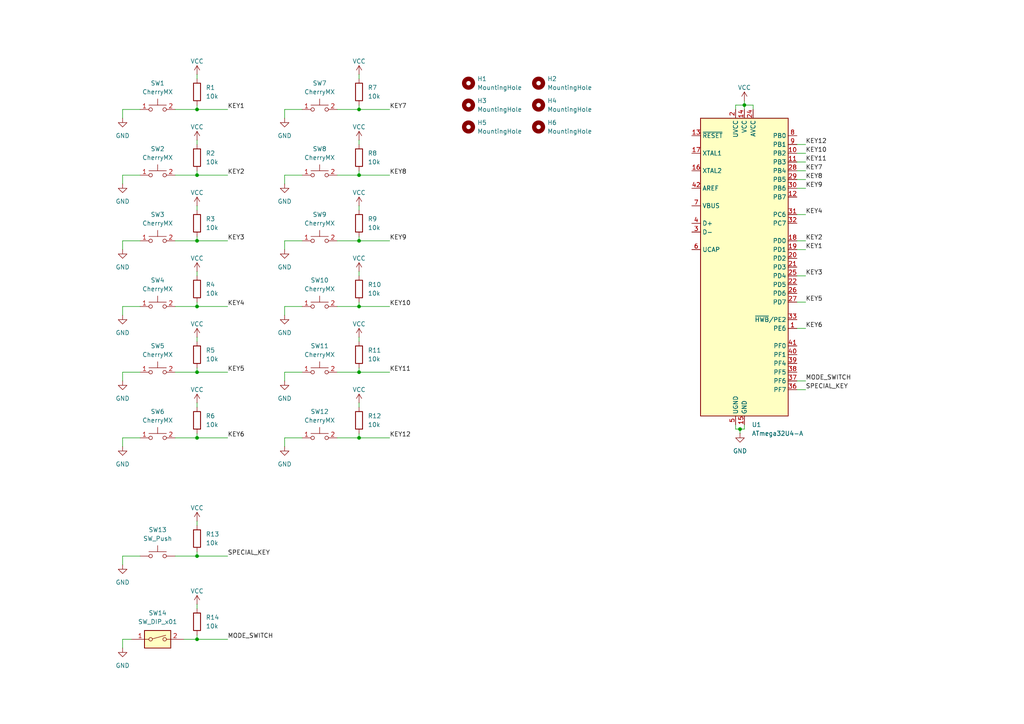
<source format=kicad_sch>
(kicad_sch (version 20250114) (generator "eeschema") (generator_version "9.0")
  (paper "A4")
  (lib_symbols
    (symbol "CherryMX:CherryMX" (pin_names (offset 0.254))
      (property "Reference" "SW" (at 2.54 3.175 0))
      (property "Value" "CherryMX" (at 0 -1.905 0))
      (symbol "CherryMX_1_1"
        (circle (center -2.032 0) (radius 0.508))
        (polyline (pts (xy 0 1.27) (xy 0 3.048)))
        (circle (center 2.032 0) (radius 0.508))
        (polyline (pts (xy 2.54 1.27) (xy -2.54 1.27)))
        (pin passive line (at -5.08 0 0) (length 2.54) (name "~") (number "1"))
        (pin passive line (at 5.08 0 180) (length 2.54) (name "~") (number "2"))
      )
    )
    (symbol "Device:R" (pin_numbers (hide yes)) (pin_names (offset 0))
      (property "Reference" "R" (at 2.032 0 90))
      (property "Value" "R" (at 0 0 90))
      (symbol "R_0_1"
        (rectangle (start -1.016 -2.54) (end 1.016 2.54) (stroke (width 0.254)))
      )
      (symbol "R_1_1"
        (pin passive line (at 0 3.81 270) (length 1.27) (name "~") (number "1"))
        (pin passive line (at 0 -3.81 90) (length 1.27) (name "~") (number "2"))
      )
    )
    (symbol "MCU_Microchip_ATmega:ATmega32U4-A"
      (property "Reference" "U" (at -12.7 44.45 0))
      (property "Value" "ATmega32U4-A" (at 2.54 -44.45 0))
      (symbol "ATmega32U4-A_0_1"
        (rectangle (start -12.7 -43.18) (end 12.7 43.18) (stroke (width 0.254)) (fill (type background)))
      )
      (symbol "ATmega32U4-A_1_1"
        (pin input line (at -15.24 38.1 0) (length 2.54) (name "~{RESET}") (number "13"))
        (pin input line (at -15.24 33.02 0) (length 2.54) (name "XTAL1") (number "17"))
        (pin output line (at -15.24 27.94 0) (length 2.54) (name "XTAL2") (number "16"))
        (pin passive line (at -15.24 22.86 0) (length 2.54) (name "AREF") (number "42"))
        (pin input line (at -15.24 17.78 0) (length 2.54) (name "VBUS") (number "7"))
        (pin bidirectional line (at -15.24 12.7 0) (length 2.54) (name "D+") (number "4"))
        (pin bidirectional line (at -15.24 10.16 0) (length 2.54) (name "D-") (number "3"))
        (pin passive line (at -15.24 5.08 0) (length 2.54) (name "UCAP") (number "6"))
        (pin power_in line (at -2.54 45.72 270) (length 2.54) (name "UVCC") (number "2"))
        (pin passive line (at -2.54 -45.72 90) (length 2.54) (name "UGND") (number "5"))
        (pin power_in line (at 0 45.72 270) (length 2.54) (name "VCC") (number "14"))
        (pin passive line (at 0 45.72 270) (length 2.54) (hide yes) (name "VCC") (number "34"))
        (pin power_in line (at 0 -45.72 90) (length 2.54) (name "GND") (number "15"))
        (pin passive line (at 0 -45.72 90) (length 2.54) (hide yes) (name "GND") (number "23"))
        (pin passive line (at 0 -45.72 90) (length 2.54) (hide yes) (name "GND") (number "35"))
        (pin passive line (at 0 -45.72 90) (length 2.54) (hide yes) (name "GND") (number "43"))
        (pin power_in line (at 2.54 45.72 270) (length 2.54) (name "AVCC") (number "24"))
        (pin passive line (at 2.54 45.72 270) (length 2.54) (hide yes) (name "AVCC") (number "44"))
        (pin bidirectional line (at 15.24 38.1 180) (length 2.54) (name "PB0") (number "8"))
        (pin bidirectional line (at 15.24 35.56 180) (length 2.54) (name "PB1") (number "9"))
        (pin bidirectional line (at 15.24 33.02 180) (length 2.54) (name "PB2") (number "10"))
        (pin bidirectional line (at 15.24 30.48 180) (length 2.54) (name "PB3") (number "11"))
        (pin bidirectional line (at 15.24 27.94 180) (length 2.54) (name "PB4") (number "28"))
        (pin bidirectional line (at 15.24 25.4 180) (length 2.54) (name "PB5") (number "29"))
        (pin bidirectional line (at 15.24 22.86 180) (length 2.54) (name "PB6") (number "30"))
        (pin bidirectional line (at 15.24 20.32 180) (length 2.54) (name "PB7") (number "12"))
        (pin bidirectional line (at 15.24 15.24 180) (length 2.54) (name "PC6") (number "31"))
        (pin bidirectional line (at 15.24 12.7 180) (length 2.54) (name "PC7") (number "32"))
        (pin bidirectional line (at 15.24 7.62 180) (length 2.54) (name "PD0") (number "18"))
        (pin bidirectional line (at 15.24 5.08 180) (length 2.54) (name "PD1") (number "19"))
        (pin bidirectional line (at 15.24 2.54 180) (length 2.54) (name "PD2") (number "20"))
        (pin bidirectional line (at 15.24 0 180) (length 2.54) (name "PD3") (number "21"))
        (pin bidirectional line (at 15.24 -2.54 180) (length 2.54) (name "PD4") (number "25"))
        (pin bidirectional line (at 15.24 -5.08 180) (length 2.54) (name "PD5") (number "22"))
        (pin bidirectional line (at 15.24 -7.62 180) (length 2.54) (name "PD6") (number "26"))
        (pin bidirectional line (at 15.24 -10.16 180) (length 2.54) (name "PD7") (number "27"))
        (pin bidirectional line (at 15.24 -15.24 180) (length 2.54) (name "~{HWB}/PE2") (number "33"))
        (pin bidirectional line (at 15.24 -17.78 180) (length 2.54) (name "PE6") (number "1"))
        (pin bidirectional line (at 15.24 -22.86 180) (length 2.54) (name "PF0") (number "41"))
        (pin bidirectional line (at 15.24 -25.4 180) (length 2.54) (name "PF1") (number "40"))
        (pin bidirectional line (at 15.24 -27.94 180) (length 2.54) (name "PF4") (number "39"))
        (pin bidirectional line (at 15.24 -30.48 180) (length 2.54) (name "PF5") (number "38"))
        (pin bidirectional line (at 15.24 -33.02 180) (length 2.54) (name "PF6") (number "37"))
        (pin bidirectional line (at 15.24 -35.56 180) (length 2.54) (name "PF7") (number "36"))
      )
    )
    (symbol "Mechanical:MountingHole" (pin_names (offset 1.016)) (in_bom no)
      (property "Reference" "H" (at 0 5.08 0))
      (property "Value" "MountingHole" (at 0 3.175 0))
      (symbol "MountingHole_0_1"
        (circle (center 0 0) (radius 1.27) (stroke (width 1.27)))
      )
    )
    (symbol "Switch:SW_DIP_x01" (pin_names (offset 0) (hide yes))
      (property "Reference" "SW" (at 0 3.81 0))
      (property "Value" "SW_DIP_x01" (at 0 -3.81 0))
      (symbol "SW_DIP_x01_0_0"
        (circle (center -2.032 0) (radius 0.508))
        (polyline (pts (xy -1.524 0.127) (xy 2.3622 1.1684)))
        (circle (center 2.032 0) (radius 0.508))
      )
      (symbol "SW_DIP_x01_0_1"
        (rectangle (start -3.81 2.54) (end 3.81 -2.54) (stroke (width 0.254)) (fill (type background)))
      )
      (symbol "SW_DIP_x01_1_1"
        (pin passive line (at -7.62 0 0) (length 5.08) (name "~") (number "1"))
        (pin passive line (at 7.62 0 180) (length 5.08) (name "~") (number "2"))
      )
    )
    (symbol "Switch:SW_Push" (pin_numbers (hide yes)) (pin_names (offset 1.016) (hide yes))
      (property "Reference" "SW" (at 1.27 2.54 0))
      (property "Value" "SW_Push" (at 0 -1.524 0))
      (symbol "SW_Push_0_1"
        (circle (center -2.032 0) (radius 0.508))
        (polyline (pts (xy 0 1.27) (xy 0 3.048)))
        (circle (center 2.032 0) (radius 0.508))
        (polyline (pts (xy 2.54 1.27) (xy -2.54 1.27)))
        (pin passive line (at -5.08 0 0) (length 2.54) (name "1") (number "1"))
        (pin passive line (at 5.08 0 180) (length 2.54) (name "2") (number "2"))
      )
    )
    (symbol "power:GND" (power) (pin_numbers (hide yes)) (pin_names (offset 0) (hide yes))
      (property "Value" "GND" (at 0 -3.81 0))
      (symbol "GND_0_1"
        (polyline (pts (xy 0 0) (xy 0 -1.27) (xy 1.27 -1.27) (xy 0 -2.54) (xy -1.27 -1.27) (xy 0 -1.27)))
      )
      (symbol "GND_1_1"
        (pin power_in line (at 0 0 270) (length 0) (name "~") (number "1"))
      )
    )
    (symbol "power:VCC" (power) (pin_numbers (hide yes)) (pin_names (offset 0) (hide yes))
      (property "Value" "VCC" (at 0 3.556 0))
      (symbol "VCC_0_1"
        (polyline (pts (xy -0.762 1.27) (xy 0 2.54)))
        (polyline (pts (xy 0 2.54) (xy 0.762 1.27)))
        (polyline (pts (xy 0 0) (xy 0 2.54)))
      )
      (symbol "VCC_1_1"
        (pin power_in line (at 0 0 90) (length 0) (name "~") (number "1"))
      )
    )
  )
  (junction (at 215.9 30.48))
  (junction (at 104.14 127))
  (junction (at 104.14 50.8))
  (junction (at 104.14 88.9))
  (junction (at 57.15 69.85))
  (junction (at 104.14 31.75))
  (junction (at 57.15 127))
  (junction (at 57.15 161.29))
  (junction (at 104.14 69.85))
  (junction (at 57.15 107.95))
  (junction (at 214.63 124.46))
  (junction (at 57.15 50.8))
  (junction (at 57.15 31.75))
  (junction (at 57.15 185.42))
  (junction (at 57.15 88.9))
  (junction (at 104.14 107.95))
  (wire (pts (xy 57.15 99.06) (xy 57.15 97.79)))
  (wire (pts (xy 57.15 30.48) (xy 57.15 31.75)))
  (wire (pts (xy 104.14 49.53) (xy 104.14 50.8)))
  (wire (pts (xy 231.14 41.91) (xy 233.68 41.91)))
  (wire (pts (xy 97.79 127) (xy 104.14 127)))
  (wire (pts (xy 104.14 31.75) (xy 113.03 31.75)))
  (wire (pts (xy 82.55 88.9) (xy 82.55 91.44)))
  (wire (pts (xy 231.14 113.03) (xy 233.68 113.03)))
  (wire (pts (xy 97.79 50.8) (xy 104.14 50.8)))
  (wire (pts (xy 233.68 87.63) (xy 231.14 87.63)))
  (wire (pts (xy 215.9 30.48) (xy 215.9 31.75)))
  (wire (pts (xy 50.8 69.85) (xy 57.15 69.85)))
  (wire (pts (xy 35.56 88.9) (xy 35.56 91.44)))
  (wire (pts (xy 82.55 50.8) (xy 82.55 53.34)))
  (wire (pts (xy 82.55 107.95) (xy 82.55 110.49)))
  (wire (pts (xy 87.63 69.85) (xy 82.55 69.85)))
  (wire (pts (xy 57.15 88.9) (xy 66.04 88.9)))
  (wire (pts (xy 213.36 30.48) (xy 215.9 30.48)))
  (wire (pts (xy 214.63 124.46) (xy 214.63 125.73)))
  (wire (pts (xy 35.56 185.42) (xy 35.56 187.96)))
  (wire (pts (xy 50.8 88.9) (xy 57.15 88.9)))
  (wire (pts (xy 57.15 31.75) (xy 66.04 31.75)))
  (wire (pts (xy 231.14 44.45) (xy 233.68 44.45)))
  (wire (pts (xy 231.14 54.61) (xy 233.68 54.61)))
  (wire (pts (xy 35.56 31.75) (xy 35.56 34.29)))
  (wire (pts (xy 40.64 88.9) (xy 35.56 88.9)))
  (wire (pts (xy 218.44 31.75) (xy 218.44 30.48)))
  (wire (pts (xy 50.8 127) (xy 57.15 127)))
  (wire (pts (xy 218.44 30.48) (xy 215.9 30.48)))
  (wire (pts (xy 104.14 118.11) (xy 104.14 116.84)))
  (wire (pts (xy 50.8 31.75) (xy 57.15 31.75)))
  (wire (pts (xy 214.63 124.46) (xy 215.9 124.46)))
  (wire (pts (xy 35.56 50.8) (xy 35.56 53.34)))
  (wire (pts (xy 57.15 80.01) (xy 57.15 78.74)))
  (wire (pts (xy 104.14 106.68) (xy 104.14 107.95)))
  (wire (pts (xy 57.15 176.53) (xy 57.15 175.26)))
  (wire (pts (xy 82.55 31.75) (xy 82.55 34.29)))
  (wire (pts (xy 104.14 68.58) (xy 104.14 69.85)))
  (wire (pts (xy 40.64 50.8) (xy 35.56 50.8)))
  (wire (pts (xy 57.15 185.42) (xy 66.04 185.42)))
  (wire (pts (xy 87.63 127) (xy 82.55 127)))
  (wire (pts (xy 40.64 107.95) (xy 35.56 107.95)))
  (wire (pts (xy 40.64 69.85) (xy 35.56 69.85)))
  (wire (pts (xy 233.68 62.23) (xy 231.14 62.23)))
  (wire (pts (xy 35.56 127) (xy 35.56 129.54)))
  (wire (pts (xy 231.14 95.25) (xy 233.68 95.25)))
  (wire (pts (xy 82.55 127) (xy 82.55 129.54)))
  (wire (pts (xy 104.14 127) (xy 113.03 127)))
  (wire (pts (xy 53.34 185.42) (xy 57.15 185.42)))
  (wire (pts (xy 87.63 31.75) (xy 82.55 31.75)))
  (wire (pts (xy 50.8 50.8) (xy 57.15 50.8)))
  (wire (pts (xy 104.14 107.95) (xy 113.03 107.95)))
  (wire (pts (xy 35.56 69.85) (xy 35.56 72.39)))
  (wire (pts (xy 35.56 107.95) (xy 35.56 110.49)))
  (wire (pts (xy 104.14 41.91) (xy 104.14 40.64)))
  (wire (pts (xy 82.55 69.85) (xy 82.55 72.39)))
  (wire (pts (xy 57.15 125.73) (xy 57.15 127)))
  (wire (pts (xy 97.79 88.9) (xy 104.14 88.9)))
  (wire (pts (xy 104.14 60.96) (xy 104.14 59.69)))
  (wire (pts (xy 57.15 106.68) (xy 57.15 107.95)))
  (wire (pts (xy 97.79 69.85) (xy 104.14 69.85)))
  (wire (pts (xy 104.14 88.9) (xy 113.03 88.9)))
  (wire (pts (xy 57.15 41.91) (xy 57.15 40.64)))
  (wire (pts (xy 57.15 161.29) (xy 66.04 161.29)))
  (wire (pts (xy 57.15 127) (xy 66.04 127)))
  (wire (pts (xy 104.14 30.48) (xy 104.14 31.75)))
  (wire (pts (xy 233.68 69.85) (xy 231.14 69.85)))
  (wire (pts (xy 233.68 80.01) (xy 231.14 80.01)))
  (wire (pts (xy 215.9 29.21) (xy 215.9 30.48)))
  (wire (pts (xy 97.79 31.75) (xy 104.14 31.75)))
  (wire (pts (xy 57.15 50.8) (xy 66.04 50.8)))
  (wire (pts (xy 104.14 99.06) (xy 104.14 97.79)))
  (wire (pts (xy 104.14 80.01) (xy 104.14 78.74)))
  (wire (pts (xy 231.14 49.53) (xy 233.68 49.53)))
  (wire (pts (xy 57.15 152.4) (xy 57.15 151.13)))
  (wire (pts (xy 57.15 68.58) (xy 57.15 69.85)))
  (wire (pts (xy 57.15 160.02) (xy 57.15 161.29)))
  (wire (pts (xy 213.36 123.19) (xy 213.36 124.46)))
  (wire (pts (xy 50.8 161.29) (xy 57.15 161.29)))
  (wire (pts (xy 57.15 60.96) (xy 57.15 59.69)))
  (wire (pts (xy 57.15 49.53) (xy 57.15 50.8)))
  (wire (pts (xy 233.68 72.39) (xy 231.14 72.39)))
  (wire (pts (xy 40.64 31.75) (xy 35.56 31.75)))
  (wire (pts (xy 38.1 185.42) (xy 35.56 185.42)))
  (wire (pts (xy 40.64 127) (xy 35.56 127)))
  (wire (pts (xy 104.14 69.85) (xy 113.03 69.85)))
  (wire (pts (xy 57.15 107.95) (xy 66.04 107.95)))
  (wire (pts (xy 231.14 110.49) (xy 233.68 110.49)))
  (wire (pts (xy 97.79 107.95) (xy 104.14 107.95)))
  (wire (pts (xy 87.63 107.95) (xy 82.55 107.95)))
  (wire (pts (xy 57.15 87.63) (xy 57.15 88.9)))
  (wire (pts (xy 87.63 88.9) (xy 82.55 88.9)))
  (wire (pts (xy 231.14 52.07) (xy 233.68 52.07)))
  (wire (pts (xy 57.15 69.85) (xy 66.04 69.85)))
  (wire (pts (xy 213.36 124.46) (xy 214.63 124.46)))
  (wire (pts (xy 104.14 125.73) (xy 104.14 127)))
  (wire (pts (xy 231.14 46.99) (xy 233.68 46.99)))
  (wire (pts (xy 87.63 50.8) (xy 82.55 50.8)))
  (wire (pts (xy 57.15 118.11) (xy 57.15 116.84)))
  (wire (pts (xy 104.14 87.63) (xy 104.14 88.9)))
  (wire (pts (xy 57.15 184.15) (xy 57.15 185.42)))
  (wire (pts (xy 40.64 161.29) (xy 35.56 161.29)))
  (wire (pts (xy 35.56 161.29) (xy 35.56 163.83)))
  (wire (pts (xy 215.9 124.46) (xy 215.9 123.19)))
  (wire (pts (xy 213.36 31.75) (xy 213.36 30.48)))
  (wire (pts (xy 104.14 50.8) (xy 113.03 50.8)))
  (wire (pts (xy 57.15 22.86) (xy 57.15 21.59)))
  (wire (pts (xy 50.8 107.95) (xy 57.15 107.95)))
  (wire (pts (xy 104.14 22.86) (xy 104.14 21.59)))
  (label "KEY5" (at 233.68 87.63 0))
  (label "KEY10" (at 113.03 88.9 0))
  (label "KEY8" (at 233.68 52.07 0))
  (label "KEY2" (at 233.68 69.85 0))
  (label "KEY2" (at 66.04 50.8 0))
  (label "KEY8" (at 113.03 50.8 0))
  (label "KEY11" (at 233.68 46.99 0))
  (label "KEY3" (at 233.68 80.01 0))
  (label "KEY7" (at 233.68 49.53 0))
  (label "SPECIAL_KEY" (at 66.04 161.29 0))
  (label "KEY9" (at 233.68 54.61 0))
  (label "KEY4" (at 233.68 62.23 0))
  (label "KEY11" (at 113.03 107.95 0))
  (label "KEY10" (at 233.68 44.45 0))
  (label "KEY7" (at 113.03 31.75 0))
  (label "KEY6" (at 66.04 127 0))
  (label "KEY1" (at 233.68 72.39 0))
  (label "MODE_SWITCH" (at 233.68 110.49 0))
  (label "KEY4" (at 66.04 88.9 0))
  (label "KEY12" (at 113.03 127 0))
  (label "KEY1" (at 66.04 31.75 0))
  (label "KEY6" (at 233.68 95.25 0))
  (label "KEY12" (at 233.68 41.91 0))
  (label "KEY5" (at 66.04 107.95 0))
  (label "SPECIAL_KEY" (at 233.68 113.03 0))
  (label "MODE_SWITCH" (at 66.04 185.42 0))
  (label "KEY3" (at 66.04 69.85 0))
  (label "KEY9" (at 113.03 69.85 0))
  (symbol (lib_id "power:GND") (at 35.56 110.49 0) (unit 1)
    (property "Reference" "#PWR09" (effects (hide yes)))
    (property "Value" "GND" (at 35.56 115.57 0))
    (property "Description" "Power symbol creates a global label with name \"GND\" , ground" (effects (hide yes)))
  )
  (symbol (lib_id "power:GND") (at 82.55 53.34 0) (unit 1)
    (property "Reference" "#PWR014" (effects (hide yes)))
    (property "Value" "GND" (at 82.55 58.42 0))
    (property "Description" "Power symbol creates a global label with name \"GND\" , ground" (effects (hide yes)))
  )
  (symbol (lib_id "power:VCC") (at 57.15 21.59 0) (unit 1)
    (property "Reference" "#PWR01" (effects (hide yes)))
    (property "Value" "VCC" (at 57.15 17.78 0))
    (property "Description" "Power symbol creates a global label with name \"VCC\"" (effects (hide yes)))
  )
  (symbol (lib_id "power:GND") (at 35.56 53.34 0) (unit 1)
    (property "Reference" "#PWR03" (effects (hide yes)))
    (property "Value" "GND" (at 35.56 58.42 0))
    (property "Description" "Power symbol creates a global label with name \"GND\" , ground" (effects (hide yes)))
  )
  (symbol (lib_id "CherryMX:CherryMX") (at 45.72 50.8 0) (unit 1)
    (property "Reference" "SW2" (at 45.72 43.18 0))
    (property "Value" "CherryMX" (at 45.72 45.72 0))
    (property "Footprint" "CherryMX_KailhSocket:CherryMX_1.00u_KailhSocket" (effects (hide yes)))
  )
  (symbol (lib_id "power:VCC") (at 57.15 59.69 0) (unit 1)
    (property "Reference" "#PWR07" (effects (hide yes)))
    (property "Value" "VCC" (at 57.15 55.88 0))
    (property "Description" "Power symbol creates a global label with name \"VCC\"" (effects (hide yes)))
  )
  (symbol (lib_id "power:GND") (at 35.56 163.83 0) (unit 1)
    (property "Reference" "#PWR026" (effects (hide yes)))
    (property "Value" "GND" (at 35.56 168.91 0))
    (property "Description" "Power symbol creates a global label with name \"GND\" , ground" (effects (hide yes)))
  )
  (symbol (lib_id "Device:R") (at 104.14 45.72 0) (unit 1)
    (property "Reference" "R8" (at 106.68 44.4499 0) (effects (justify left)))
    (property "Value" "10k" (at 106.68 46.9899 0) (effects (justify left)))
    (property "Footprint" "Resistor_SMD:R_0805_2012Metric" (effects (hide yes)))
    (property "Description" "Resistor" (effects (hide yes)))
  )
  (symbol (lib_id "Device:R") (at 57.15 83.82 0) (unit 1)
    (property "Reference" "R4" (at 59.69 82.5499 0) (effects (justify left)))
    (property "Value" "10k" (at 59.69 85.0899 0) (effects (justify left)))
    (property "Footprint" "Resistor_SMD:R_0805_2012Metric" (effects (hide yes)))
    (property "Description" "Resistor" (effects (hide yes)))
  )
  (symbol (lib_id "power:VCC") (at 104.14 97.79 0) (unit 1)
    (property "Reference" "#PWR023" (effects (hide yes)))
    (property "Value" "VCC" (at 104.14 93.98 0))
    (property "Description" "Power symbol creates a global label with name \"VCC\"" (effects (hide yes)))
  )
  (symbol (lib_id "Mechanical:MountingHole") (at 156.21 24.13 0) (unit 1) (in_bom no)
    (property "Reference" "H2" (at 158.75 22.8599 0) (effects (justify left)))
    (property "Value" "MountingHole" (at 158.75 25.3999 0) (effects (justify left)))
    (property "Footprint" "MountingHole:MountingHole_2.1mm" (effects (hide yes)))
    (property "Description" "Mounting Hole without connection" (effects (hide yes)))
  )
  (symbol (lib_id "power:GND") (at 214.63 125.73 0) (unit 1)
    (property "Reference" "#PWR028" (effects (hide yes)))
    (property "Value" "GND" (at 214.63 130.81 0))
    (property "Description" "Power symbol creates a global label with name \"GND\" , ground" (effects (hide yes)))
  )
  (symbol (lib_id "Device:R") (at 104.14 64.77 0) (unit 1)
    (property "Reference" "R9" (at 106.68 63.4999 0) (effects (justify left)))
    (property "Value" "10k" (at 106.68 66.0399 0) (effects (justify left)))
    (property "Footprint" "Resistor_SMD:R_0805_2012Metric" (effects (hide yes)))
    (property "Description" "Resistor" (effects (hide yes)))
  )
  (symbol (lib_id "Device:R") (at 57.15 180.34 0) (unit 1)
    (property "Reference" "R14" (at 59.69 179.0699 0) (effects (justify left)))
    (property "Value" "10k" (at 59.69 181.6099 0) (effects (justify left)))
    (property "Footprint" "Resistor_SMD:R_0805_2012Metric" (effects (hide yes)))
    (property "Description" "Resistor" (effects (hide yes)))
  )
  (symbol (lib_id "Device:R") (at 104.14 26.67 0) (unit 1)
    (property "Reference" "R7" (at 106.68 25.3999 0) (effects (justify left)))
    (property "Value" "10k" (at 106.68 27.9399 0) (effects (justify left)))
    (property "Footprint" "Resistor_SMD:R_0805_2012Metric" (effects (hide yes)))
    (property "Description" "Resistor" (effects (hide yes)))
  )
  (symbol (lib_id "CherryMX:CherryMX") (at 92.71 69.85 0) (unit 1)
    (property "Reference" "SW9" (at 92.71 62.23 0))
    (property "Value" "CherryMX" (at 92.71 64.77 0))
    (property "Footprint" "CherryMX_KailhSocket:CherryMX_1.00u_KailhSocket" (effects (hide yes)))
  )
  (symbol (lib_id "power:VCC") (at 104.14 59.69 0) (unit 1)
    (property "Reference" "#PWR021" (effects (hide yes)))
    (property "Value" "VCC" (at 104.14 55.88 0))
    (property "Description" "Power symbol creates a global label with name \"VCC\"" (effects (hide yes)))
  )
  (symbol (lib_id "Device:R") (at 57.15 156.21 0) (unit 1)
    (property "Reference" "R13" (at 59.69 154.9399 0) (effects (justify left)))
    (property "Value" "10k" (at 59.69 157.4799 0) (effects (justify left)))
    (property "Footprint" "Resistor_SMD:R_0805_2012Metric" (effects (hide yes)))
    (property "Description" "Resistor" (effects (hide yes)))
  )
  (symbol (lib_id "power:GND") (at 82.55 110.49 0) (unit 1)
    (property "Reference" "#PWR017" (effects (hide yes)))
    (property "Value" "GND" (at 82.55 115.57 0))
    (property "Description" "Power symbol creates a global label with name \"GND\" , ground" (effects (hide yes)))
  )
  (symbol (lib_id "power:GND") (at 35.56 34.29 0) (unit 1)
    (property "Reference" "#PWR02" (effects (hide yes)))
    (property "Value" "GND" (at 35.56 39.37 0))
    (property "Description" "Power symbol creates a global label with name \"GND\" , ground" (effects (hide yes)))
  )
  (symbol (lib_id "CherryMX:CherryMX") (at 92.71 107.95 0) (unit 1)
    (property "Reference" "SW11" (at 92.71 100.33 0))
    (property "Value" "CherryMX" (at 92.71 102.87 0))
    (property "Footprint" "CherryMX_KailhSocket:CherryMX_1.00u_KailhSocket" (effects (hide yes)))
  )
  (symbol (lib_id "CherryMX:CherryMX") (at 92.71 31.75 0) (unit 1)
    (property "Reference" "SW7" (at 92.71 24.13 0))
    (property "Value" "CherryMX" (at 92.71 26.67 0))
    (property "Footprint" "CherryMX_KailhSocket:CherryMX_1.00u_KailhSocket" (effects (hide yes)))
  )
  (symbol (lib_id "CherryMX:CherryMX") (at 45.72 69.85 0) (unit 1)
    (property "Reference" "SW3" (at 45.72 62.23 0))
    (property "Value" "CherryMX" (at 45.72 64.77 0))
    (property "Footprint" "CherryMX_KailhSocket:CherryMX_1.00u_KailhSocket" (effects (hide yes)))
  )
  (symbol (lib_id "power:VCC") (at 57.15 151.13 0) (unit 1)
    (property "Reference" "#PWR025" (effects (hide yes)))
    (property "Value" "VCC" (at 57.15 147.32 0))
    (property "Description" "Power symbol creates a global label with name \"VCC\"" (effects (hide yes)))
  )
  (symbol (lib_id "power:GND") (at 82.55 34.29 0) (unit 1)
    (property "Reference" "#PWR013" (effects (hide yes)))
    (property "Value" "GND" (at 82.55 39.37 0))
    (property "Description" "Power symbol creates a global label with name \"GND\" , ground" (effects (hide yes)))
  )
  (symbol (lib_id "Device:R") (at 57.15 121.92 0) (unit 1)
    (property "Reference" "R6" (at 59.69 120.6499 0) (effects (justify left)))
    (property "Value" "10k" (at 59.69 123.1899 0) (effects (justify left)))
    (property "Footprint" "Resistor_SMD:R_0805_2012Metric" (effects (hide yes)))
    (property "Description" "Resistor" (effects (hide yes)))
  )
  (symbol (lib_id "Device:R") (at 104.14 121.92 0) (unit 1)
    (property "Reference" "R12" (at 106.68 120.6499 0) (effects (justify left)))
    (property "Value" "10k" (at 106.68 123.1899 0) (effects (justify left)))
    (property "Footprint" "Resistor_SMD:R_0805_2012Metric" (effects (hide yes)))
    (property "Description" "Resistor" (effects (hide yes)))
  )
  (symbol (lib_id "Device:R") (at 104.14 102.87 0) (unit 1)
    (property "Reference" "R11" (at 106.68 101.5999 0) (effects (justify left)))
    (property "Value" "10k" (at 106.68 104.1399 0) (effects (justify left)))
    (property "Footprint" "Resistor_SMD:R_0805_2012Metric" (effects (hide yes)))
    (property "Description" "Resistor" (effects (hide yes)))
  )
  (symbol (lib_id "power:VCC") (at 57.15 116.84 0) (unit 1)
    (property "Reference" "#PWR012" (effects (hide yes)))
    (property "Value" "VCC" (at 57.15 113.03 0))
    (property "Description" "Power symbol creates a global label with name \"VCC\"" (effects (hide yes)))
  )
  (symbol (lib_id "CherryMX:CherryMX") (at 92.71 50.8 0) (unit 1)
    (property "Reference" "SW8" (at 92.71 43.18 0))
    (property "Value" "CherryMX" (at 92.71 45.72 0))
    (property "Footprint" "CherryMX_KailhSocket:CherryMX_1.00u_KailhSocket" (effects (hide yes)))
  )
  (symbol (lib_id "MCU_Microchip_ATmega:ATmega32U4-A") (at 215.9 77.47 0) (unit 1)
    (property "Reference" "U1" (at 218.0433 123.19 0) (effects (justify left)))
    (property "Value" "ATmega32U4-A" (at 218.0433 125.73 0) (effects (justify left)))
    (property "Footprint" "MCUs:Arduino Pro Micro" (effects (hide yes)))
    (property "Datasheet" "http://ww1.microchip.com/downloads/en/DeviceDoc/Atmel-7766-8-bit-AVR-ATmega16U4-32U4_Datasheet.pdf" (effects (hide yes)))
    (property "Description" "16MHz, 32kB Flash, 2.5kB SRAM, 1kB EEPROM, USB 2.0, TQFP-44" (effects (hide yes)))
  )
  (symbol (lib_id "power:GND") (at 35.56 91.44 0) (unit 1)
    (property "Reference" "#PWR06" (effects (hide yes)))
    (property "Value" "GND" (at 35.56 96.52 0))
    (property "Description" "Power symbol creates a global label with name \"GND\" , ground" (effects (hide yes)))
  )
  (symbol (lib_id "CherryMX:CherryMX") (at 92.71 127 0) (unit 1)
    (property "Reference" "SW12" (at 92.71 119.38 0))
    (property "Value" "CherryMX" (at 92.71 121.92 0))
    (property "Footprint" "CherryMX_KailhSocket:CherryMX_1.00u_KailhSocket" (effects (hide yes)))
  )
  (symbol (lib_id "power:VCC") (at 215.9 29.21 0) (unit 1)
    (property "Reference" "#PWR027" (effects (hide yes)))
    (property "Value" "VCC" (at 215.9 25.4 0))
    (property "Description" "Power symbol creates a global label with name \"VCC\"" (effects (hide yes)))
  )
  (symbol (lib_id "power:VCC") (at 57.15 40.64 0) (unit 1)
    (property "Reference" "#PWR04" (effects (hide yes)))
    (property "Value" "VCC" (at 57.15 36.83 0))
    (property "Description" "Power symbol creates a global label with name \"VCC\"" (effects (hide yes)))
  )
  (symbol (lib_id "Device:R") (at 57.15 102.87 0) (unit 1)
    (property "Reference" "R5" (at 59.69 101.5999 0) (effects (justify left)))
    (property "Value" "10k" (at 59.69 104.1399 0) (effects (justify left)))
    (property "Footprint" "Resistor_SMD:R_0805_2012Metric" (effects (hide yes)))
    (property "Description" "Resistor" (effects (hide yes)))
  )
  (symbol (lib_id "Mechanical:MountingHole") (at 135.89 36.83 0) (unit 1) (in_bom no)
    (property "Reference" "H5" (at 138.43 35.5599 0) (effects (justify left)))
    (property "Value" "MountingHole" (at 138.43 38.0999 0) (effects (justify left)))
    (property "Footprint" "MountingHole:MountingHole_2.1mm" (effects (hide yes)))
    (property "Description" "Mounting Hole without connection" (effects (hide yes)))
  )
  (symbol (lib_id "power:GND") (at 82.55 72.39 0) (unit 1)
    (property "Reference" "#PWR015" (effects (hide yes)))
    (property "Value" "GND" (at 82.55 77.47 0))
    (property "Description" "Power symbol creates a global label with name \"GND\" , ground" (effects (hide yes)))
  )
  (symbol (lib_id "power:GND") (at 82.55 91.44 0) (unit 1)
    (property "Reference" "#PWR016" (effects (hide yes)))
    (property "Value" "GND" (at 82.55 96.52 0))
    (property "Description" "Power symbol creates a global label with name \"GND\" , ground" (effects (hide yes)))
  )
  (symbol (lib_id "Device:R") (at 57.15 64.77 0) (unit 1)
    (property "Reference" "R3" (at 59.69 63.4999 0) (effects (justify left)))
    (property "Value" "10k" (at 59.69 66.0399 0) (effects (justify left)))
    (property "Footprint" "Resistor_SMD:R_0805_2012Metric" (effects (hide yes)))
    (property "Description" "Resistor" (effects (hide yes)))
  )
  (symbol (lib_id "power:VCC") (at 104.14 40.64 0) (unit 1)
    (property "Reference" "#PWR020" (effects (hide yes)))
    (property "Value" "VCC" (at 104.14 36.83 0))
    (property "Description" "Power symbol creates a global label with name \"VCC\"" (effects (hide yes)))
  )
  (symbol (lib_id "Mechanical:MountingHole") (at 135.89 30.48 0) (unit 1) (in_bom no)
    (property "Reference" "H3" (at 138.43 29.2099 0) (effects (justify left)))
    (property "Value" "MountingHole" (at 138.43 31.7499 0) (effects (justify left)))
    (property "Footprint" "MountingHole:MountingHole_2.1mm" (effects (hide yes)))
    (property "Description" "Mounting Hole without connection" (effects (hide yes)))
  )
  (symbol (lib_id "power:GND") (at 35.56 187.96 0) (unit 1)
    (property "Reference" "#PWR030" (effects (hide yes)))
    (property "Value" "GND" (at 35.56 193.04 0))
    (property "Description" "Power symbol creates a global label with name \"GND\" , ground" (effects (hide yes)))
  )
  (symbol (lib_id "Device:R") (at 57.15 45.72 0) (unit 1)
    (property "Reference" "R2" (at 59.69 44.4499 0) (effects (justify left)))
    (property "Value" "10k" (at 59.69 46.9899 0) (effects (justify left)))
    (property "Footprint" "Resistor_SMD:R_0805_2012Metric" (effects (hide yes)))
    (property "Description" "Resistor" (effects (hide yes)))
  )
  (symbol (lib_id "power:VCC") (at 104.14 78.74 0) (unit 1)
    (property "Reference" "#PWR022" (effects (hide yes)))
    (property "Value" "VCC" (at 104.14 74.93 0))
    (property "Description" "Power symbol creates a global label with name \"VCC\"" (effects (hide yes)))
  )
  (symbol (lib_id "power:VCC") (at 104.14 21.59 0) (unit 1)
    (property "Reference" "#PWR019" (effects (hide yes)))
    (property "Value" "VCC" (at 104.14 17.78 0))
    (property "Description" "Power symbol creates a global label with name \"VCC\"" (effects (hide yes)))
  )
  (symbol (lib_id "Switch:SW_DIP_x01") (at 45.72 185.42 0) (unit 1)
    (property "Reference" "SW14" (at 45.72 177.8 0))
    (property "Value" "SW_DIP_x01" (at 45.72 180.34 0))
    (property "Description" "1x DIP Switch, Single Pole Single Throw (SPST) switch, small symbol" (effects (hide yes)))
  )
  (symbol (lib_id "power:GND") (at 82.55 129.54 0) (unit 1)
    (property "Reference" "#PWR018" (effects (hide yes)))
    (property "Value" "GND" (at 82.55 134.62 0))
    (property "Description" "Power symbol creates a global label with name \"GND\" , ground" (effects (hide yes)))
  )
  (symbol (lib_id "Mechanical:MountingHole") (at 156.21 36.83 0) (unit 1) (in_bom no)
    (property "Reference" "H6" (at 158.75 35.5599 0) (effects (justify left)))
    (property "Value" "MountingHole" (at 158.75 38.0999 0) (effects (justify left)))
    (property "Footprint" "MountingHole:MountingHole_2.1mm" (effects (hide yes)))
    (property "Description" "Mounting Hole without connection" (effects (hide yes)))
  )
  (symbol (lib_id "CherryMX:CherryMX") (at 45.72 31.75 0) (unit 1)
    (property "Reference" "SW1" (at 45.72 24.13 0))
    (property "Value" "CherryMX" (at 45.72 26.67 0))
    (property "Footprint" "CherryMX_KailhSocket:CherryMX_1.00u_KailhSocket" (effects (hide yes)))
  )
  (symbol (lib_id "power:VCC") (at 57.15 97.79 0) (unit 1)
    (property "Reference" "#PWR011" (effects (hide yes)))
    (property "Value" "VCC" (at 57.15 93.98 0))
    (property "Description" "Power symbol creates a global label with name \"VCC\"" (effects (hide yes)))
  )
  (symbol (lib_id "Device:R") (at 57.15 26.67 0) (unit 1)
    (property "Reference" "R1" (at 59.69 25.3999 0) (effects (justify left)))
    (property "Value" "10k" (at 59.69 27.9399 0) (effects (justify left)))
    (property "Footprint" "Resistor_SMD:R_0805_2012Metric" (effects (hide yes)))
    (property "Description" "Resistor" (effects (hide yes)))
  )
  (symbol (lib_id "CherryMX:CherryMX") (at 45.72 88.9 0) (unit 1)
    (property "Reference" "SW4" (at 45.72 81.28 0))
    (property "Value" "CherryMX" (at 45.72 83.82 0))
    (property "Footprint" "CherryMX_KailhSocket:CherryMX_1.00u_KailhSocket" (effects (hide yes)))
  )
  (symbol (lib_id "power:VCC") (at 57.15 175.26 0) (unit 1)
    (property "Reference" "#PWR029" (effects (hide yes)))
    (property "Value" "VCC" (at 57.15 171.45 0))
    (property "Description" "Power symbol creates a global label with name \"VCC\"" (effects (hide yes)))
  )
  (symbol (lib_id "Mechanical:MountingHole") (at 156.21 30.48 0) (unit 1) (in_bom no)
    (property "Reference" "H4" (at 158.75 29.2099 0) (effects (justify left)))
    (property "Value" "MountingHole" (at 158.75 31.7499 0) (effects (justify left)))
    (property "Footprint" "MountingHole:MountingHole_2.1mm" (effects (hide yes)))
    (property "Description" "Mounting Hole without connection" (effects (hide yes)))
  )
  (symbol (lib_id "power:GND") (at 35.56 129.54 0) (unit 1)
    (property "Reference" "#PWR010" (effects (hide yes)))
    (property "Value" "GND" (at 35.56 134.62 0))
    (property "Description" "Power symbol creates a global label with name \"GND\" , ground" (effects (hide yes)))
  )
  (symbol (lib_id "CherryMX:CherryMX") (at 45.72 127 0) (unit 1)
    (property "Reference" "SW6" (at 45.72 119.38 0))
    (property "Value" "CherryMX" (at 45.72 121.92 0))
    (property "Footprint" "CherryMX_KailhSocket:CherryMX_1.00u_KailhSocket" (effects (hide yes)))
  )
  (symbol (lib_id "power:VCC") (at 104.14 116.84 0) (unit 1)
    (property "Reference" "#PWR024" (effects (hide yes)))
    (property "Value" "VCC" (at 104.14 113.03 0))
    (property "Description" "Power symbol creates a global label with name \"VCC\"" (effects (hide yes)))
  )
  (symbol (lib_id "Device:R") (at 104.14 83.82 0) (unit 1)
    (property "Reference" "R10" (at 106.68 82.5499 0) (effects (justify left)))
    (property "Value" "10k" (at 106.68 85.0899 0) (effects (justify left)))
    (property "Footprint" "Resistor_SMD:R_0805_2012Metric" (effects (hide yes)))
    (property "Description" "Resistor" (effects (hide yes)))
  )
  (symbol (lib_id "CherryMX:CherryMX") (at 92.71 88.9 0) (unit 1)
    (property "Reference" "SW10" (at 92.71 81.28 0))
    (property "Value" "CherryMX" (at 92.71 83.82 0))
    (property "Footprint" "CherryMX_KailhSocket:CherryMX_1.00u_KailhSocket" (effects (hide yes)))
  )
  (symbol (lib_id "power:VCC") (at 57.15 78.74 0) (unit 1)
    (property "Reference" "#PWR08" (effects (hide yes)))
    (property "Value" "VCC" (at 57.15 74.93 0))
    (property "Description" "Power symbol creates a global label with name \"VCC\"" (effects (hide yes)))
  )
  (symbol (lib_id "Switch:SW_Push") (at 45.72 161.29 0) (unit 1)
    (property "Reference" "SW13" (at 45.72 153.67 0))
    (property "Value" "SW_Push" (at 45.72 156.21 0))
    (property "Description" "Push button switch, generic, two pins" (effects (hide yes)))
  )
  (symbol (lib_id "power:GND") (at 35.56 72.39 0) (unit 1)
    (property "Reference" "#PWR05" (effects (hide yes)))
    (property "Value" "GND" (at 35.56 77.47 0))
    (property "Description" "Power symbol creates a global label with name \"GND\" , ground" (effects (hide yes)))
  )
  (symbol (lib_id "CherryMX:CherryMX") (at 45.72 107.95 0) (unit 1)
    (property "Reference" "SW5" (at 45.72 100.33 0))
    (property "Value" "CherryMX" (at 45.72 102.87 0))
    (property "Footprint" "CherryMX_KailhSocket:CherryMX_1.00u_KailhSocket" (effects (hide yes)))
  )
  (symbol (lib_id "Mechanical:MountingHole") (at 135.89 24.13 0) (unit 1) (in_bom no)
    (property "Reference" "H1" (at 138.43 22.8599 0) (effects (justify left)))
    (property "Value" "MountingHole" (at 138.43 25.3999 0) (effects (justify left)))
    (property "Footprint" "MountingHole:MountingHole_2.1mm" (effects (hide yes)))
    (property "Description" "Mounting Hole without connection" (effects (hide yes)))
  )
)
</source>
